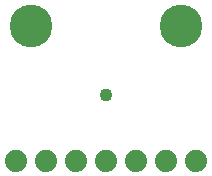
<source format=gbr>
G04 EAGLE Gerber RS-274X export*
G75*
%MOMM*%
%FSLAX34Y34*%
%LPD*%
%INSoldermask Bottom*%
%IPPOS*%
%AMOC8*
5,1,8,0,0,1.08239X$1,22.5*%
G01*
%ADD10C,3.617600*%
%ADD11C,1.101600*%
%ADD12C,1.879600*%


D10*
X25400Y139700D03*
X152400Y139700D03*
D11*
X88990Y80800D03*
D12*
X12700Y25400D03*
X38100Y25400D03*
X63500Y25400D03*
X88900Y25400D03*
X114300Y25400D03*
X139700Y25400D03*
X165100Y25400D03*
M02*

</source>
